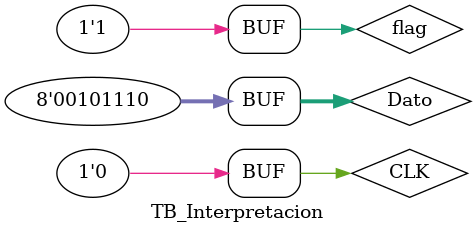
<source format=v>
`timescale 1ns / 1ps


module TB_Interpretacion;

	// Inputs
	reg CLK;
	reg flag;
	reg [7:0] Dato;

	// Outputs
	wire [7:0] STtemp1;
	wire [7:0] STtemp2;
	wire STPeligro;
	wire STAlerta;
	wire STGas;
	wire Greset;

	// Instantiate the Unit Under Test (UUT)
	Recep uut (
		.CLK(CLK), 
		.flag(flag), 
		.Dato(Dato), 
		.STtemp1(STtemp1), 
		.STtemp2(STtemp2), 
		.STPeligro(STPeligro), 
		.STAlerta(STAlerta), 
		.STGas(STGas), 
		.Greset(Greset)
	);
	
//Simula clock Nexys 3	
localparam T = 10;
always
		begin
			CLK = 1'b1;
			#(T/2) ;
			CLK = 1'b0;
			#(T/2) ;
		end

	initial begin
		// Initialize Inputs
		
		flag = 0;
		Dato = 0;
		
		
		#10;
		Dato = 8'h43;
		flag = 0;
		
		
		#10;
		Dato = 8'h43;
		flag = 1;
		
		#10;
		Dato = 8'h5A;
		flag = 0;
		
		#10;
		Dato = 8'h5A;
		flag = 1;
		
		#10;
		Dato = 8'h16;
		flag = 0;
		
		#10;
		Dato = 8'h16;
		flag = 1;
		
		#10;
		Dato = 8'h3E;
		flag = 0;
		
		#10;
		Dato = 8'h3E;
		flag = 1;
		
		#10;
		Dato = 8'h33;
		flag = 0;
		
		#10;
		Dato = 8'h33;
		flag = 1;
		
		#10;
		Dato = 8'h1C;
		flag = 0;
		
		#10;
		Dato = 8'h1C;
		flag = 1;
		
		/*#10;
		Dato = 8'h2D;
		flag = 0;
		
		#10;
		Dato = 8'h2D;
		flag = 1;*/
		
		#10;
		Dato = 8'h5A;
		flag = 0;
		
		#10;
		Dato = 8'h5A;
		flag = 1;
		
		#10;
		Dato = 8'h3D;
		flag = 0;
		
		#10;
		Dato = 8'h3D;
		flag = 1;
		
		#10;
		Dato = 8'h45;
		flag = 0;
		
		#10;
		Dato = 8'h45;
		flag = 1;
		
		#10;
		Dato = 8'h4D;
		flag = 0;
		
		#10;
		Dato = 8'h4D;
		flag = 1;
		
		#10;
		Dato = 8'h34;
		flag = 0;
		
		#10;
		Dato = 8'h34;
		flag = 1;
		
		#10;
		Dato = 8'h35;
		flag = 0;
		
		#10;
		Dato = 8'h35;
		flag = 1;
		
		#10;
		Dato = 8'h2D;
		flag = 0;
		
		#10;
		Dato = 8'h2D;
		flag = 1;
		
		#10;
		Dato = 8'h5A;
		flag = 0;
		
		#10;
		Dato = 8'h5A;
		flag = 1;
		
		#10;
		Dato = 8'h5A;
		flag = 0;
		
		#10;
		Dato = 8'h5A;
		flag = 1;
		
		#10;
		Dato = 8'h2E;
		flag = 0;
		
		#10;
		Dato = 8'h2E;
		flag = 1;
		
		#10;
		Dato = 8'h2E;
		flag = 0;
		
		#10;
		Dato = 8'h2E;
		flag = 1;
	end
      
endmodule


</source>
